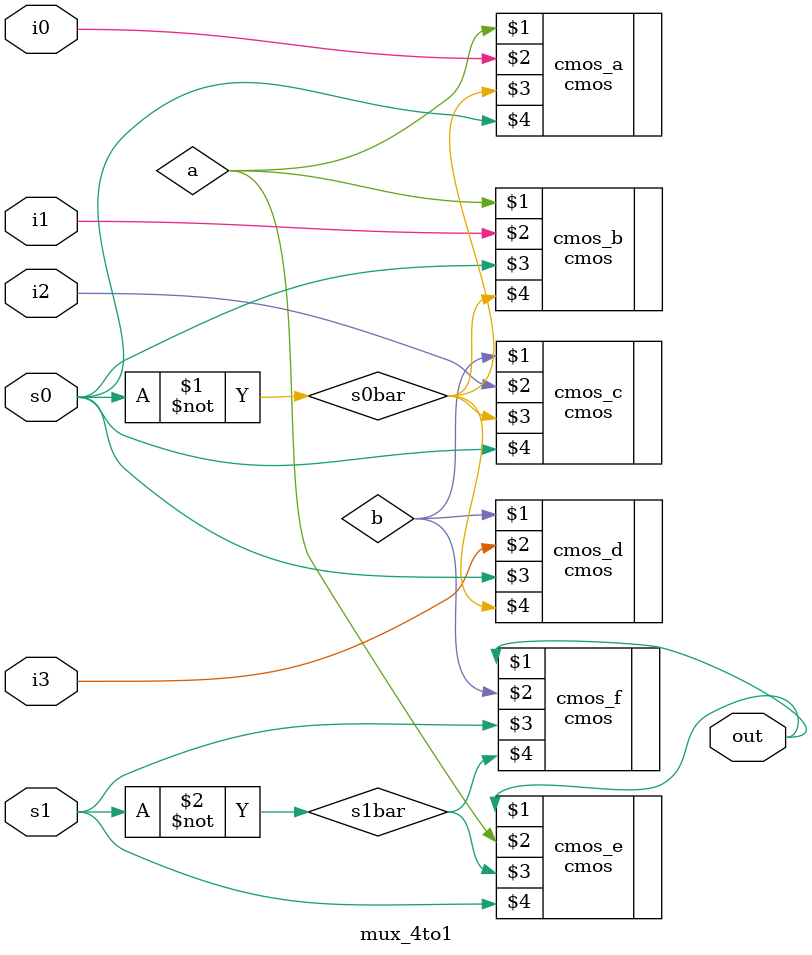
<source format=v>
`timescale 1ns / 1ps

module mux_4to1 (out, s0, s1, i0, i1, i2, i3);
input s0, s1, i0, i1, i2, i3;
output out;
wire s0bar,s1bar;
  wor a, b;
  not (s0bar, s0);
  not (s1bar, s1);
  cmos cmos_a (a, i0, s0bar, s0);
  cmos cmos_b (a, i1, s0, s0bar);
  cmos cmos_c (b, i2, s0bar, s0);
  cmos cmos_d (b, i3, s0, s0bar);
  cmos cmos_e (out, a, s1bar, s1);
  cmos cmos_f (out, b, s1, s1bar);
endmodule

</source>
